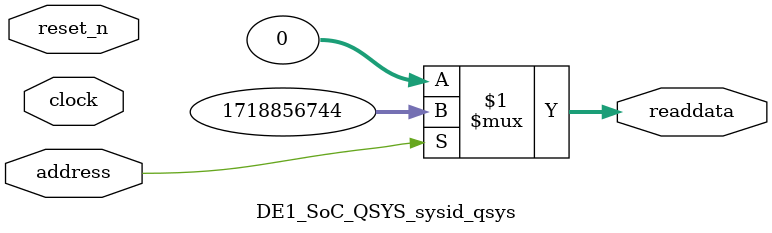
<source format=v>



// synthesis translate_off
`timescale 1ns / 1ps
// synthesis translate_on

// turn off superfluous verilog processor warnings 
// altera message_level Level1 
// altera message_off 10034 10035 10036 10037 10230 10240 10030 

module DE1_SoC_QSYS_sysid_qsys (
               // inputs:
                address,
                clock,
                reset_n,

               // outputs:
                readdata
             )
;

  output  [ 31: 0] readdata;
  input            address;
  input            clock;
  input            reset_n;

  wire    [ 31: 0] readdata;
  //control_slave, which is an e_avalon_slave
  assign readdata = address ? 1718856744 : 0;

endmodule



</source>
